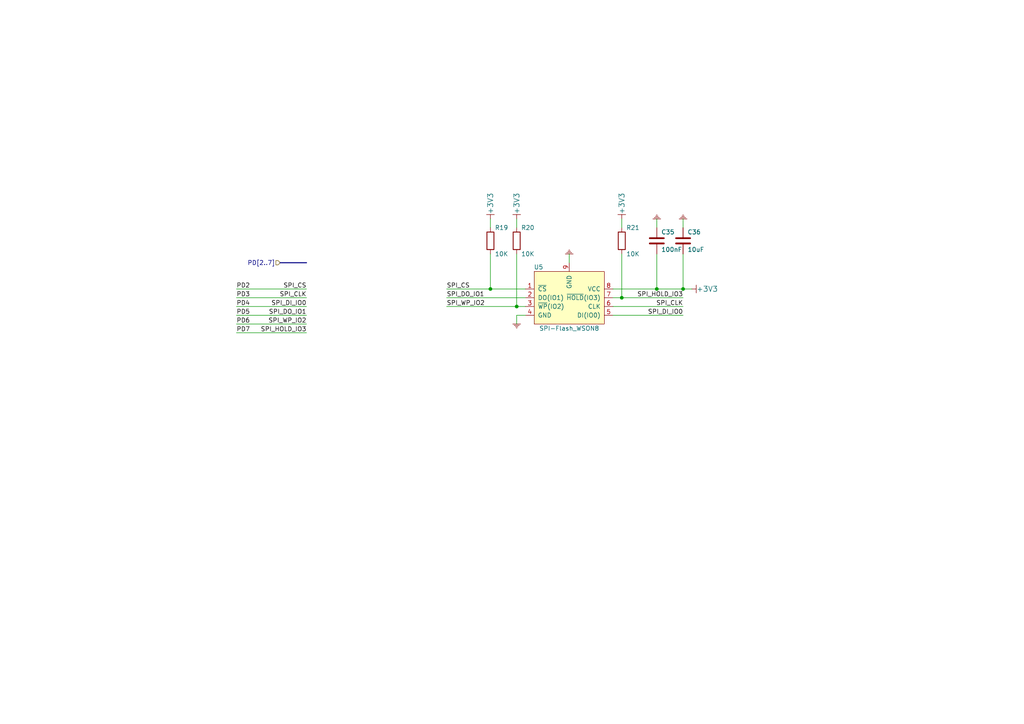
<source format=kicad_sch>
(kicad_sch (version 20211123) (generator eeschema)
  (paper "A4")
  (lib_symbols
    (symbol "0_power:+3V3" (power) (pin_names (offset 1.016))
      (property "Value" "+3V3" (at 0 1.27 0))
      (symbol "+3V3_0_1"
        (polyline (pts (xy -1.143 0) (xy 1.143 0)))
        (polyline (pts (xy 0 0) (xy 0 -1.27)))
      )
      (symbol "+3V3_1_1"
        (pin power_in line (at 0 -1.27 90) (length 0) hide (name "+3V3") (number "1"))
      )
    )
    (symbol "0_power:GND" (power) (pin_names (offset 1.016))
      (symbol "GND_0_1"
        (polyline (pts (xy -1.143 0) (xy 1.143 0)))
        (polyline (pts (xy -0.762 -0.381) (xy 0.762 -0.381)))
        (polyline (pts (xy -0.381 -0.762) (xy 0.381 -0.762)))
        (polyline (pts (xy -0.127 -1.143) (xy 0.127 -1.143)))
      )
      (symbol "GND_1_1"
        (pin power_in line (at 0 0 270) (length 0) hide (name "GND") (number "1"))
      )
    )
    (symbol "0_ungrouped:SPI-Flash_WSON8" (pin_names (offset 1.016))
      (property "Reference" "U" (at -8.89 8.89 0))
      (property "Value" "SPI-Flash_WSON8" (at 0 -8.89 0))
      (symbol "SPI-Flash_WSON8_0_1"
        (rectangle (start -10.16 7.62) (end 10.16 -7.62) (fill (type background)))
      )
      (symbol "SPI-Flash_WSON8_1_1"
        (pin passive line (at -12.7 2.54 0) (length 2.54) (name "~{CS}") (number "1"))
        (pin passive line (at -12.7 0 0) (length 2.54) (name "DO(IO1)") (number "2"))
        (pin passive line (at -12.7 -2.54 0) (length 2.54) (name "~{WP}(IO2)") (number "3"))
        (pin passive line (at -12.7 -5.08 0) (length 2.54) (name "GND") (number "4"))
        (pin passive line (at 12.7 -5.08 180) (length 2.54) (name "DI(IO0)") (number "5"))
        (pin passive line (at 12.7 -2.54 180) (length 2.54) (name "CLK") (number "6"))
        (pin passive line (at 12.7 0 180) (length 2.54) (name "~{HOLD}(IO3)") (number "7"))
        (pin passive line (at 12.7 2.54 180) (length 2.54) (name "VCC") (number "8"))
        (pin passive line (at 0 10.16 270) (length 2.54) (name "GND") (number "9"))
      )
    )
    (symbol "Device:C" (pin_numbers hide) (pin_names (offset 0.254))
      (property "Reference" "C" (at 0.635 2.54 0))
      (property "Value" "C" (at 0.635 -2.54 0))
      (symbol "C_0_1"
        (polyline (pts (xy -2.032 -0.762) (xy 2.032 -0.762)) (stroke (width 0.508)))
        (polyline (pts (xy -2.032 0.762) (xy 2.032 0.762)) (stroke (width 0.508)))
      )
      (symbol "C_1_1"
        (pin passive line (at 0 3.81 270) (length 2.794) (name "~") (number "1"))
        (pin passive line (at 0 -3.81 90) (length 2.794) (name "~") (number "2"))
      )
    )
    (symbol "Device:R" (pin_numbers hide) (pin_names (offset 0))
      (property "Reference" "R" (at 2.032 0 90))
      (property "Value" "R" (at 0 0 90))
      (symbol "R_0_1"
        (rectangle (start -1.016 -2.54) (end 1.016 2.54) (stroke (width 0.254)))
      )
      (symbol "R_1_1"
        (pin passive line (at 0 3.81 270) (length 1.27) (name "~") (number "1"))
        (pin passive line (at 0 -3.81 90) (length 1.27) (name "~") (number "2"))
      )
    )
  )
  (junction (at 149.86 88.9))
  (junction (at 190.5 83.82))
  (junction (at 198.12 83.82))
  (junction (at 180.34 86.36))
  (junction (at 142.24 83.82))
  (wire (pts (xy 142.24 63.5) (xy 142.24 66.04)))
  (wire (pts (xy 190.5 63.5) (xy 190.5 66.04)))
  (wire (pts (xy 149.86 91.44) (xy 149.86 93.98)))
  (wire (pts (xy 177.8 83.82) (xy 190.5 83.82)))
  (wire (pts (xy 68.58 88.9) (xy 88.9 88.9)))
  (wire (pts (xy 177.8 91.44) (xy 198.12 91.44)))
  (bus (pts (xy 81.28 76.2) (xy 88.9 76.2)))
  (wire (pts (xy 142.24 73.66) (xy 142.24 83.82)))
  (wire (pts (xy 149.86 88.9) (xy 152.4 88.9)))
  (wire (pts (xy 180.34 73.66) (xy 180.34 86.36)))
  (wire (pts (xy 68.58 86.36) (xy 88.9 86.36)))
  (wire (pts (xy 180.34 63.5) (xy 180.34 66.04)))
  (wire (pts (xy 68.58 93.98) (xy 88.9 93.98)))
  (wire (pts (xy 68.58 83.82) (xy 88.9 83.82)))
  (wire (pts (xy 149.86 73.66) (xy 149.86 88.9)))
  (wire (pts (xy 190.5 83.82) (xy 198.12 83.82)))
  (wire (pts (xy 68.58 96.52) (xy 88.9 96.52)))
  (wire (pts (xy 190.5 73.66) (xy 190.5 83.82)))
  (wire (pts (xy 198.12 73.66) (xy 198.12 83.82)))
  (wire (pts (xy 129.54 86.36) (xy 152.4 86.36)))
  (wire (pts (xy 177.8 88.9) (xy 198.12 88.9)))
  (wire (pts (xy 68.58 91.44) (xy 88.9 91.44)))
  (wire (pts (xy 129.54 83.82) (xy 142.24 83.82)))
  (wire (pts (xy 198.12 63.5) (xy 198.12 66.04)))
  (wire (pts (xy 177.8 86.36) (xy 180.34 86.36)))
  (wire (pts (xy 165.1 73.66) (xy 165.1 76.2)))
  (wire (pts (xy 129.54 88.9) (xy 149.86 88.9)))
  (wire (pts (xy 180.34 86.36) (xy 198.12 86.36)))
  (wire (pts (xy 142.24 83.82) (xy 152.4 83.82)))
  (wire (pts (xy 152.4 91.44) (xy 149.86 91.44)))
  (wire (pts (xy 198.12 83.82) (xy 200.66 83.82)))
  (wire (pts (xy 149.86 63.5) (xy 149.86 66.04)))
  (label "SPI_DI_IO0" (at 198.12 91.44 180))
  (label "SPI_CS" (at 129.54 83.82 0))
  (label "SPI_WP_IO2" (at 129.54 88.9 0))
  (label "SPI_HOLD_IO3" (at 198.12 86.36 180))
  (label "SPI_CLK" (at 88.9 86.36 180))
  (label "PD2" (at 68.58 83.82 0))
  (label "SPI_HOLD_IO3" (at 88.9 96.52 180))
  (label "SPI_CLK" (at 198.12 88.9 180))
  (label "PD4" (at 68.58 88.9 0))
  (label "SPI_DO_IO1" (at 129.54 86.36 0))
  (label "SPI_CS" (at 88.9 83.82 180))
  (label "SPI_DI_IO0" (at 88.9 88.9 180))
  (label "PD6" (at 68.58 93.98 0))
  (label "PD3" (at 68.58 86.36 0))
  (label "PD5" (at 68.58 91.44 0))
  (label "SPI_WP_IO2" (at 88.9 93.98 180))
  (label "SPI_DO_IO1" (at 88.9 91.44 180))
  (label "PD7" (at 68.58 96.52 0))
  (hierarchical_label "PD[2..7]" (shape input) (at 81.28 76.2 180))
  (symbol (lib_id "0_power:+3V3") (at 142.24 62.23 0) (unit 1)
    (property "Reference" "#PWR05" (effects hide))
    (property "Value" "+3V3" (at 142.24 62.23 90) (effects (font (size 1.524 1.524)) (justify left)))
  )
  (symbol (lib_id "0_ungrouped:SPI-Flash_WSON8") (at 165.1 86.36 0) (unit 1)
    (property "Reference" "U5" (at 156.21 77.47 0))
    (property "Value" "SPI-Flash_WSON8" (at 165.1 95.25 0))
    (property "Footprint" "0_ungrouped:WSON-8-1EP_8x6mm_P1.27mm_EP3.4x4.3mm" (effects hide))
  )
  (symbol (lib_id "0_power:+3V3") (at 180.34 62.23 0) (unit 1)
    (property "Reference" "#PWR09" (effects hide))
    (property "Value" "+3V3" (at 180.34 62.23 90) (effects (font (size 1.524 1.524)) (justify left)))
  )
  (symbol (lib_id "0_power:+3V3") (at 149.86 62.23 0) (unit 1)
    (property "Reference" "#PWR06" (effects hide))
    (property "Value" "+3V3" (at 149.86 62.23 90) (effects (font (size 1.524 1.524)) (justify left)))
  )
  (symbol (lib_id "Device:R") (at 149.86 69.85 0) (unit 1)
    (property "Reference" "R20" (at 151.13 66.04 0) (effects (justify left)))
    (property "Value" "10K" (at 151.13 73.66 0) (effects (justify left)))
    (property "Footprint" "Resistor_SMD:R_0603_1608Metric" (effects hide))
  )
  (symbol (lib_id "Device:R") (at 142.24 69.85 0) (unit 1)
    (property "Reference" "R19" (at 143.51 66.04 0) (effects (justify left)))
    (property "Value" "10K" (at 143.51 73.66 0) (effects (justify left)))
    (property "Footprint" "Resistor_SMD:R_0603_1608Metric" (effects hide))
  )
  (symbol (lib_id "0_power:GND") (at 190.5 63.5 0) (mirror x) (unit 1)
    (property "Reference" "#PWR010" (effects hide))
    (property "Value" "GND" (effects hide))
  )
  (symbol (lib_id "0_power:GND") (at 149.86 93.98 0) (mirror y) (unit 1)
    (property "Reference" "#PWR07" (effects hide))
    (property "Value" "GND" (effects hide))
  )
  (symbol (lib_id "0_power:GND") (at 198.12 63.5 0) (mirror x) (unit 1)
    (property "Reference" "#PWR011" (effects hide))
    (property "Value" "GND" (effects hide))
  )
  (symbol (lib_id "Device:C") (at 198.12 69.85 0) (unit 1)
    (property "Reference" "C36" (at 199.39 67.31 0) (effects (justify left)))
    (property "Value" "10uF" (at 199.39 72.39 0) (effects (justify left)))
    (property "Footprint" "Capacitor_SMD:C_0805_2012Metric" (effects hide))
  )
  (symbol (lib_id "0_power:GND") (at 165.1 73.66 0) (mirror x) (unit 1)
    (property "Reference" "#PWR08" (effects hide))
    (property "Value" "GND" (effects hide))
  )
  (symbol (lib_id "Device:R") (at 180.34 69.85 0) (unit 1)
    (property "Reference" "R21" (at 181.61 66.04 0) (effects (justify left)))
    (property "Value" "10K" (at 181.61 73.66 0) (effects (justify left)))
    (property "Footprint" "Resistor_SMD:R_0603_1608Metric" (effects hide))
  )
  (symbol (lib_id "Device:C") (at 190.5 69.85 0) (unit 1)
    (property "Reference" "C35" (at 191.77 67.31 0) (effects (justify left)))
    (property "Value" "100nF" (at 191.77 72.39 0) (effects (justify left)))
    (property "Footprint" "Capacitor_SMD:C_0603_1608Metric" (effects hide))
  )
  (symbol (lib_id "0_power:+3V3") (at 201.93 83.82 270) (unit 1)
    (property "Reference" "#PWR012" (effects hide))
    (property "Value" "+3V3" (at 201.93 83.82 90) (effects (font (size 1.524 1.524)) (justify left)))
  )
)
</source>
